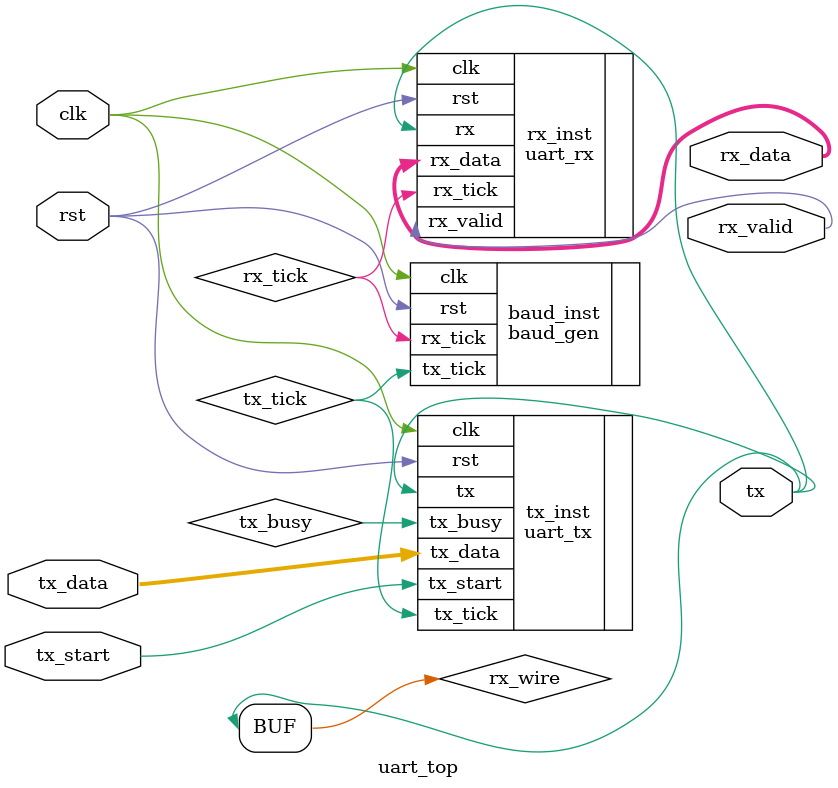
<source format=v>
`timescale 1ns / 1ps


module uart_top(
    input  wire       clk,
    input  wire       rst,
    input  wire       tx_start,
    input  wire [7:0] tx_data,
    output wire       tx,
    output wire [7:0] rx_data,
    output wire       rx_valid
);

    // Internal wires
    wire tx_tick;
    wire rx_tick;
    wire tx_busy;
    wire rx_wire;

    // Loopback connection
    assign rx_wire = tx;

    // Baud rate generator
    baud_gen #(
        .CLK_FREQ(50_000_000),
        .BAUD(9600)
    ) baud_inst (
        .clk(clk),
        .rst(rst),
        .tx_tick(tx_tick),
        .rx_tick(rx_tick)
    );

    // UART Transmitter
    uart_tx tx_inst (
        .clk(clk),
        .rst(rst),
        .tx_tick(tx_tick),
        .tx_start(tx_start),
        .tx_data(tx_data),
        .tx(tx),
        .tx_busy(tx_busy)
    );

    // UART Receiver
    uart_rx rx_inst (
        .clk(clk),
        .rst(rst),
        .rx_tick(rx_tick),
        .rx(rx_wire),
        .rx_data(rx_data),
        .rx_valid(rx_valid)
    );

endmodule


</source>
